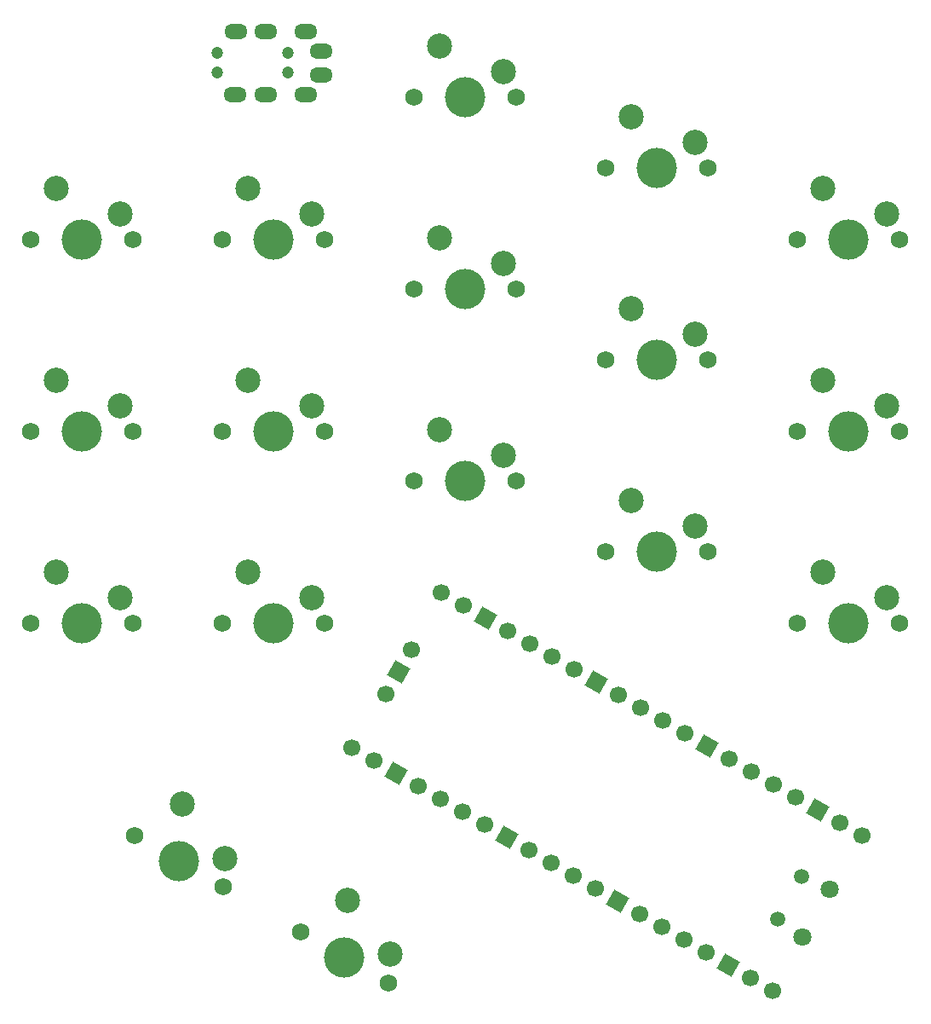
<source format=gbr>
%TF.GenerationSoftware,KiCad,Pcbnew,7.0.8-7.0.8~ubuntu22.04.1*%
%TF.CreationDate,2023-10-30T21:17:08+03:00*%
%TF.ProjectId,Keeb,4b656562-2e6b-4696-9361-645f70636258,rev?*%
%TF.SameCoordinates,Original*%
%TF.FileFunction,Soldermask,Top*%
%TF.FilePolarity,Negative*%
%FSLAX46Y46*%
G04 Gerber Fmt 4.6, Leading zero omitted, Abs format (unit mm)*
G04 Created by KiCad (PCBNEW 7.0.8-7.0.8~ubuntu22.04.1) date 2023-10-30 21:17:08*
%MOMM*%
%LPD*%
G01*
G04 APERTURE LIST*
G04 Aperture macros list*
%AMHorizOval*
0 Thick line with rounded ends*
0 $1 width*
0 $2 $3 position (X,Y) of the first rounded end (center of the circle)*
0 $4 $5 position (X,Y) of the second rounded end (center of the circle)*
0 Add line between two ends*
20,1,$1,$2,$3,$4,$5,0*
0 Add two circle primitives to create the rounded ends*
1,1,$1,$2,$3*
1,1,$1,$4,$5*%
%AMRotRect*
0 Rectangle, with rotation*
0 The origin of the aperture is its center*
0 $1 length*
0 $2 width*
0 $3 Rotation angle, in degrees counterclockwise*
0 Add horizontal line*
21,1,$1,$2,0,0,$3*%
G04 Aperture macros list end*
%ADD10C,1.200000*%
%ADD11O,2.300000X1.500000*%
%ADD12C,1.750000*%
%ADD13C,4.000000*%
%ADD14C,2.500000*%
%ADD15HorizOval,1.800000X0.000000X0.000000X0.000000X0.000000X0*%
%ADD16HorizOval,1.500000X0.000000X0.000000X0.000000X0.000000X0*%
%ADD17HorizOval,1.700000X0.000000X0.000000X0.000000X0.000000X0*%
%ADD18RotRect,1.700000X1.700000X60.000000*%
G04 APERTURE END LIST*
D10*
%TO.C,J2*%
X125580000Y-37130000D03*
X132580000Y-37130000D03*
D11*
X135880000Y-39280000D03*
X127380000Y-34980000D03*
X130380000Y-34980000D03*
X134380000Y-34980000D03*
%TD*%
D10*
%TO.C,J1*%
X125575000Y-39067944D03*
X132575000Y-39067944D03*
D11*
X135875000Y-36917944D03*
X127375000Y-41217944D03*
X130375000Y-41217944D03*
X134375000Y-41217944D03*
%TD*%
D12*
%TO.C,SW3*%
X193405000Y-55617944D03*
D13*
X188325000Y-55617944D03*
D12*
X183245000Y-55617944D03*
D14*
X192135000Y-53077944D03*
X185785000Y-50537944D03*
%TD*%
D12*
%TO.C,SW4*%
X193405000Y-74667944D03*
D13*
X188325000Y-74667944D03*
D12*
X183245000Y-74667944D03*
D14*
X192135000Y-72127944D03*
X185785000Y-69587944D03*
%TD*%
D12*
%TO.C,SW5*%
X193405000Y-93717944D03*
D13*
X188325000Y-93717944D03*
D12*
X183245000Y-93717944D03*
D14*
X192135000Y-91177944D03*
X185785000Y-88637944D03*
%TD*%
D12*
%TO.C,SW6*%
X174355000Y-48567944D03*
D13*
X169275000Y-48567944D03*
D12*
X164195000Y-48567944D03*
D14*
X173085000Y-46027944D03*
X166735000Y-43487944D03*
%TD*%
D12*
%TO.C,SW7*%
X174355000Y-67617944D03*
D13*
X169275000Y-67617944D03*
D12*
X164195000Y-67617944D03*
D14*
X173085000Y-65077944D03*
X166735000Y-62537944D03*
%TD*%
D12*
%TO.C,SW8*%
X174355000Y-86667944D03*
D13*
X169275000Y-86667944D03*
D12*
X164195000Y-86667944D03*
D14*
X173085000Y-84127944D03*
X166735000Y-81587944D03*
%TD*%
D12*
%TO.C,SW9*%
X155305000Y-41517944D03*
D13*
X150225000Y-41517944D03*
D12*
X145145000Y-41517944D03*
D14*
X154035000Y-38977944D03*
X147685000Y-36437944D03*
%TD*%
D12*
%TO.C,SW10*%
X155305000Y-60567944D03*
D13*
X150225000Y-60567944D03*
D12*
X145145000Y-60567944D03*
D14*
X154035000Y-58027944D03*
X147685000Y-55487944D03*
%TD*%
D12*
%TO.C,SW11*%
X155305000Y-79617944D03*
D13*
X150225000Y-79617944D03*
D12*
X145145000Y-79617944D03*
D14*
X154035000Y-77077944D03*
X147685000Y-74537944D03*
%TD*%
D12*
%TO.C,SW13*%
X136255000Y-55617944D03*
D13*
X131175000Y-55617944D03*
D12*
X126095000Y-55617944D03*
D14*
X134985000Y-53077944D03*
X128635000Y-50537944D03*
%TD*%
D12*
%TO.C,SW14*%
X136255000Y-74667944D03*
D13*
X131175000Y-74667944D03*
D12*
X126095000Y-74667944D03*
D14*
X134985000Y-72127944D03*
X128635000Y-69587944D03*
%TD*%
D12*
%TO.C,SW15*%
X136255000Y-93717944D03*
D13*
X131175000Y-93717944D03*
D12*
X126095000Y-93717944D03*
D14*
X134985000Y-91177944D03*
X128635000Y-88637944D03*
%TD*%
D12*
%TO.C,SW16*%
X142611766Y-129447511D03*
D13*
X138212357Y-126907511D03*
D12*
X133812948Y-124367511D03*
D14*
X142781914Y-126612806D03*
X138552652Y-121238102D03*
%TD*%
D12*
%TO.C,SW17*%
X117205000Y-55617944D03*
D13*
X112125000Y-55617944D03*
D12*
X107045000Y-55617944D03*
D14*
X115935000Y-53077944D03*
X109585000Y-50537944D03*
%TD*%
D12*
%TO.C,SW18*%
X117205000Y-74667944D03*
D13*
X112125000Y-74667944D03*
D12*
X107045000Y-74667944D03*
D14*
X115935000Y-72127944D03*
X109585000Y-69587944D03*
%TD*%
D12*
%TO.C,SW19*%
X117205000Y-93717944D03*
D13*
X112125000Y-93717944D03*
D12*
X107045000Y-93717944D03*
D14*
X115935000Y-91177944D03*
X109585000Y-88637944D03*
%TD*%
D12*
%TO.C,SW20*%
X126113982Y-119922511D03*
D13*
X121714573Y-117382511D03*
D12*
X117315164Y-114842511D03*
D14*
X126284130Y-117087806D03*
X122054868Y-111713102D03*
%TD*%
D15*
%TO.C,U1*%
X183712110Y-124859919D03*
D16*
X181238053Y-123085112D03*
X183663053Y-118884888D03*
D15*
X186437110Y-120140081D03*
D17*
X180742193Y-130263966D03*
X178542488Y-128993966D03*
D18*
X176342784Y-127723966D03*
D17*
X174143079Y-126453966D03*
X171943375Y-125183966D03*
X169743670Y-123913966D03*
X167543966Y-122643966D03*
D18*
X165344261Y-121373966D03*
D17*
X163144557Y-120103966D03*
X160944852Y-118833966D03*
X158745148Y-117563966D03*
X156545443Y-116293966D03*
D18*
X154345739Y-115023966D03*
D17*
X152146034Y-113753966D03*
X149946330Y-112483966D03*
X147746625Y-111213966D03*
X145546921Y-109943966D03*
D18*
X143347216Y-108673966D03*
D17*
X141147512Y-107403966D03*
X138947807Y-106133966D03*
X147837807Y-90736034D03*
X150037512Y-92006034D03*
D18*
X152237216Y-93276034D03*
D17*
X154436921Y-94546034D03*
X156636625Y-95816034D03*
X158836330Y-97086034D03*
X161036034Y-98356034D03*
D18*
X163235739Y-99626034D03*
D17*
X165435443Y-100896034D03*
X167635148Y-102166034D03*
X169834852Y-103436034D03*
X172034557Y-104706034D03*
D18*
X174234261Y-105976034D03*
D17*
X176433966Y-107246034D03*
X178633670Y-108516034D03*
X180833375Y-109786034D03*
X183033079Y-111056034D03*
D18*
X185232784Y-112326034D03*
D17*
X187432488Y-113596034D03*
X189632193Y-114866034D03*
X142321993Y-100749705D03*
D18*
X143591993Y-98550000D03*
D17*
X144861993Y-96350295D03*
%TD*%
M02*

</source>
